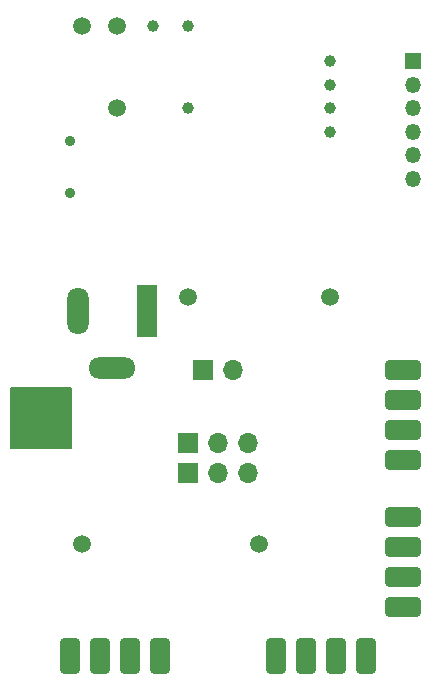
<source format=gbr>
%TF.GenerationSoftware,KiCad,Pcbnew,6.0.11-2627ca5db0~126~ubuntu22.04.1*%
%TF.CreationDate,2024-07-03T14:43:40+02:00*%
%TF.ProjectId,MCM-81339,4d434d2d-3831-4333-9339-2e6b69636164,rev?*%
%TF.SameCoordinates,Original*%
%TF.FileFunction,Soldermask,Bot*%
%TF.FilePolarity,Negative*%
%FSLAX46Y46*%
G04 Gerber Fmt 4.6, Leading zero omitted, Abs format (unit mm)*
G04 Created by KiCad (PCBNEW 6.0.11-2627ca5db0~126~ubuntu22.04.1) date 2024-07-03 14:43:40*
%MOMM*%
%LPD*%
G01*
G04 APERTURE LIST*
G04 Aperture macros list*
%AMRoundRect*
0 Rectangle with rounded corners*
0 $1 Rounding radius*
0 $2 $3 $4 $5 $6 $7 $8 $9 X,Y pos of 4 corners*
0 Add a 4 corners polygon primitive as box body*
4,1,4,$2,$3,$4,$5,$6,$7,$8,$9,$2,$3,0*
0 Add four circle primitives for the rounded corners*
1,1,$1+$1,$2,$3*
1,1,$1+$1,$4,$5*
1,1,$1+$1,$6,$7*
1,1,$1+$1,$8,$9*
0 Add four rect primitives between the rounded corners*
20,1,$1+$1,$2,$3,$4,$5,0*
20,1,$1+$1,$4,$5,$6,$7,0*
20,1,$1+$1,$6,$7,$8,$9,0*
20,1,$1+$1,$8,$9,$2,$3,0*%
G04 Aperture macros list end*
%ADD10C,0.150000*%
%ADD11RoundRect,0.425000X-1.125000X-0.425000X1.125000X-0.425000X1.125000X0.425000X-1.125000X0.425000X0*%
%ADD12R,1.700000X1.700000*%
%ADD13O,1.700000X1.700000*%
%ADD14R,1.350000X1.350000*%
%ADD15O,1.350000X1.350000*%
%ADD16RoundRect,0.425000X-0.425000X1.125000X-0.425000X-1.125000X0.425000X-1.125000X0.425000X1.125000X0*%
%ADD17C,0.900000*%
%ADD18R,1.800000X4.400000*%
%ADD19O,1.800000X4.000000*%
%ADD20O,4.000000X1.800000*%
%ADD21C,1.000000*%
%ADD22C,1.500000*%
G04 APERTURE END LIST*
D10*
X61000000Y-79800000D02*
X66100000Y-79800000D01*
X66100000Y-79800000D02*
X66100000Y-84900000D01*
X66100000Y-84900000D02*
X61000000Y-84900000D01*
X61000000Y-84900000D02*
X61000000Y-79800000D01*
G36*
X61000000Y-79800000D02*
G01*
X66100000Y-79800000D01*
X66100000Y-84900000D01*
X61000000Y-84900000D01*
X61000000Y-79800000D01*
G37*
D11*
%TO.C,J1*%
X94200000Y-98300000D03*
X94200000Y-95760000D03*
X94200000Y-93220000D03*
X94200000Y-90680000D03*
%TD*%
D12*
%TO.C,J6*%
X75960000Y-84460000D03*
D13*
X78500000Y-84460000D03*
X81040000Y-84460000D03*
%TD*%
D11*
%TO.C,J4*%
X94200000Y-78300000D03*
X94200000Y-80840000D03*
X94200000Y-83380000D03*
X94200000Y-85920000D03*
%TD*%
D14*
%TO.C,J3*%
X95000000Y-52100000D03*
D15*
X95000000Y-54100000D03*
X95000000Y-56100000D03*
X95000000Y-58100000D03*
X95000000Y-60100000D03*
X95000000Y-62100000D03*
%TD*%
D16*
%TO.C,J8*%
X91060000Y-102500000D03*
X88520000Y-102500000D03*
X85980000Y-102500000D03*
X83440000Y-102500000D03*
%TD*%
D12*
%TO.C,J7*%
X75960000Y-87000000D03*
D13*
X78500000Y-87000000D03*
X81040000Y-87000000D03*
%TD*%
D12*
%TO.C,J2*%
X77230000Y-78227102D03*
D13*
X79770000Y-78227102D03*
%TD*%
D17*
%TO.C,J5*%
X66000000Y-58900000D03*
X66000000Y-63300000D03*
%TD*%
D16*
%TO.C,J9*%
X73560000Y-102500000D03*
X71020000Y-102500000D03*
X68480000Y-102500000D03*
X65940000Y-102500000D03*
%TD*%
D18*
%TO.C,J10*%
X72500000Y-73300000D03*
D19*
X66700000Y-73300000D03*
D20*
X69500000Y-78100000D03*
%TD*%
D21*
%TO.C,TP11*%
X73000000Y-49100000D03*
%TD*%
%TO.C,TP9*%
X76000000Y-49100000D03*
%TD*%
D22*
%TO.C,TP14*%
X67000000Y-93000000D03*
%TD*%
D21*
%TO.C,TP6*%
X88000000Y-58100000D03*
%TD*%
D22*
%TO.C,TP8*%
X88000000Y-72100000D03*
%TD*%
%TO.C,TP2*%
X70000000Y-49100000D03*
%TD*%
%TO.C,TP10*%
X76000000Y-72100000D03*
%TD*%
%TO.C,TP7*%
X70000000Y-56100000D03*
%TD*%
D21*
%TO.C,TP4*%
X88000000Y-52100000D03*
%TD*%
D22*
%TO.C,TP1*%
X67000000Y-49100000D03*
%TD*%
%TO.C,TP13*%
X82000000Y-93000000D03*
%TD*%
D21*
%TO.C,TP3*%
X88000000Y-54100000D03*
%TD*%
%TO.C,TP12*%
X76000000Y-56100000D03*
%TD*%
%TO.C,TP5*%
X88000000Y-56100000D03*
%TD*%
M02*

</source>
